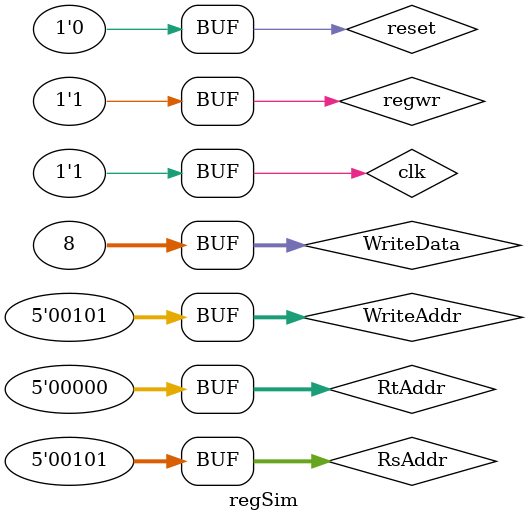
<source format=v>
`timescale 1ns / 1ps


module regSim(

    );
    reg clk;
    reg reset;
    reg regwr;
    reg [4:0] RsAddr;
    reg [4:0] RtAddr;
    reg [4:0] WriteAddr;
    reg [31:0] WriteData;
    wire [31:0] RsData;
    wire [31:0] RtData;
    regfile uut (clk,reset,regwr,RsAddr,RtAddr,WriteAddr,WriteDaya,RsData,RtData);
    parameter PERIOD=10;//clk period 10ns
    always begin
    clk=1'b0;
    #(PERIOD/2) clk=1'b1;//rieing edge
    #(PERIOD/2);//falling edge
    end
    initial begin
    reset=1;//reset 14ns
    RsAddr=3;
    RtAddr=0;
    WriteAddr=5;
    WriteData=8;
    regwr=1;
    #14 reset=0;//20ns writedata stored in writeaddr $5=8
    #20 RsAddr=5;//34ns RsData=8
    end
    
endmodule

</source>
